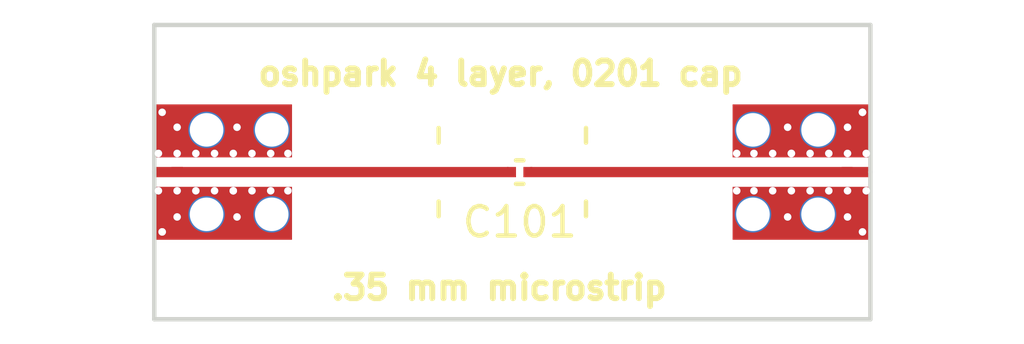
<source format=kicad_pcb>
(kicad_pcb (version 4) (host pcbnew 4.0.7)

  (general
    (links 61)
    (no_connects 2)
    (area 126.124999 99.924999 150.575001 110.075001)
    (thickness 1.6)
    (drawings 8)
    (tracks 2)
    (zones 0)
    (modules 3)
    (nets 4)
  )

  (page A4)
  (layers
    (0 F.Cu signal)
    (1 In1.Cu signal)
    (2 In2.Cu signal)
    (31 B.Cu signal)
    (32 B.Adhes user)
    (33 F.Adhes user)
    (34 B.Paste user)
    (35 F.Paste user)
    (36 B.SilkS user)
    (37 F.SilkS user)
    (38 B.Mask user)
    (39 F.Mask user)
    (40 Dwgs.User user)
    (41 Cmts.User user)
    (42 Eco1.User user)
    (43 Eco2.User user)
    (44 Edge.Cuts user)
    (45 Margin user)
    (46 B.CrtYd user)
    (47 F.CrtYd user)
    (48 B.Fab user)
    (49 F.Fab user)
  )

  (setup
    (last_trace_width 0.25)
    (user_trace_width 0.35)
    (trace_clearance 0.2)
    (zone_clearance 0.1)
    (zone_45_only no)
    (trace_min 0.2)
    (segment_width 0.2)
    (edge_width 0.15)
    (via_size 0.6)
    (via_drill 0.4)
    (via_min_size 0.4)
    (via_min_drill 0.3)
    (uvia_size 0.3)
    (uvia_drill 0.1)
    (uvias_allowed no)
    (uvia_min_size 0.2)
    (uvia_min_drill 0.1)
    (pcb_text_width 0.3)
    (pcb_text_size 1.5 1.5)
    (mod_edge_width 0.15)
    (mod_text_size 1 1)
    (mod_text_width 0.15)
    (pad_size 1.524 1.524)
    (pad_drill 0.762)
    (pad_to_mask_clearance 0.05)
    (aux_axis_origin 0 0)
    (visible_elements FFFEFF7F)
    (pcbplotparams
      (layerselection 0x00030_80000001)
      (usegerberextensions false)
      (excludeedgelayer true)
      (linewidth 0.100000)
      (plotframeref false)
      (viasonmask false)
      (mode 1)
      (useauxorigin false)
      (hpglpennumber 1)
      (hpglpenspeed 20)
      (hpglpendiameter 15)
      (hpglpenoverlay 2)
      (psnegative false)
      (psa4output false)
      (plotreference true)
      (plotvalue true)
      (plotinvisibletext false)
      (padsonsilk false)
      (subtractmaskfromsilk false)
      (outputformat 1)
      (mirror false)
      (drillshape 1)
      (scaleselection 1)
      (outputdirectory ""))
  )

  (net 0 "")
  (net 1 GND)
  (net 2 "Net-(C101-Pad2)")
  (net 3 "Net-(C101-Pad1)")

  (net_class Default "This is the default net class."
    (clearance 0.2)
    (trace_width 0.25)
    (via_dia 0.6)
    (via_drill 0.4)
    (uvia_dia 0.3)
    (uvia_drill 0.1)
    (add_net GND)
    (add_net "Net-(C101-Pad1)")
    (add_net "Net-(C101-Pad2)")
  )

  (module vna_footprints:SMA_901-10512_6p7MIL_FR408_CPW_LAUNCH (layer F.Cu) (tedit 59B4A2F5) (tstamp 59B4A12A)
    (at 128.5 105 180)
    (path /59B4A05A)
    (fp_text reference U101 (at -0.25 4 180) (layer F.SilkS) hide
      (effects (font (size 1 1) (thickness 0.15)))
    )
    (fp_text value CONN_SMA_2GND (at 1.1 -5 180) (layer F.Fab)
      (effects (font (size 1 1) (thickness 0.15)))
    )
    (fp_line (start -7.35 -1) (end -7.35 -1.5) (layer F.SilkS) (width 0.15))
    (fp_line (start -7.35 1.5) (end -7.35 1) (layer F.SilkS) (width 0.15))
    (pad 2 thru_hole circle (at -1.685 -1.435 180) (size 1.24 1.24) (drill 1.14) (layers *.Cu *.Mask)
      (net 1 GND))
    (pad 2 thru_hole circle (at 0.525 -1.435 180) (size 1.24 1.24) (drill 1.14) (layers *.Cu *.Mask)
      (net 1 GND))
    (pad 3 thru_hole circle (at 0.525 1.435 180) (size 1.24 1.24) (drill 1.14) (layers *.Cu *.Mask)
      (net 1 GND))
    (pad 3 thru_hole circle (at -1.685 1.435 180) (size 1.24 1.24) (drill 1.14) (layers *.Cu *.Mask)
      (net 1 GND))
    (pad 1 smd rect (at 1.8 0 180) (size 0.95 0.35) (layers F.Cu F.Paste F.Mask)
      (net 2 "Net-(C101-Pad2)"))
    (pad 2 smd rect (at -0.05 -1.4 180) (size 4.65 1.8) (layers F.Cu F.Paste F.Mask)
      (net 1 GND))
    (pad 3 smd rect (at -0.05 1.4 180) (size 4.65 1.8) (layers F.Cu F.Paste F.Mask)
      (net 1 GND))
    (pad 2 thru_hole circle (at 0.254 -0.635 180) (size 0.254 0.254) (drill 0.254) (layers *.Cu *.Mask)
      (net 1 GND))
    (pad 2 thru_hole circle (at -1.651 -0.635 180) (size 0.254 0.254) (drill 0.254) (layers *.Cu *.Mask)
      (net 1 GND))
    (pad 2 thru_hole circle (at -2.2352 -0.635 180) (size 0.254 0.254) (drill 0.254) (layers *.Cu *.Mask)
      (net 1 GND))
    (pad 2 thru_hole circle (at -1.016 -0.635 180) (size 0.254 0.254) (drill 0.254) (layers *.Cu *.Mask)
      (net 1 GND))
    (pad 2 thru_hole circle (at -0.381 -0.635 180) (size 0.254 0.254) (drill 0.254) (layers *.Cu *.Mask)
      (net 1 GND))
    (pad 2 thru_hole circle (at 0.889 -0.635 180) (size 0.254 0.254) (drill 0.254) (layers *.Cu *.Mask)
      (net 1 GND))
    (pad 2 thru_hole circle (at 1.524 -0.635 180) (size 0.254 0.254) (drill 0.254) (layers *.Cu *.Mask)
      (net 1 GND))
    (pad 2 thru_hole circle (at 2.159 -0.635 180) (size 0.254 0.254) (drill 0.254) (layers *.Cu *.Mask)
      (net 1 GND))
    (pad 2 thru_hole circle (at 2.159 0.635 180) (size 0.254 0.254) (drill 0.254) (layers *.Cu *.Mask)
      (net 1 GND))
    (pad 2 thru_hole circle (at 1.524 0.635 180) (size 0.254 0.254) (drill 0.254) (layers *.Cu *.Mask)
      (net 1 GND))
    (pad 2 thru_hole circle (at 0.889 0.635 180) (size 0.254 0.254) (drill 0.254) (layers *.Cu *.Mask)
      (net 1 GND))
    (pad 2 thru_hole circle (at 0.254 0.635 180) (size 0.254 0.254) (drill 0.254) (layers *.Cu *.Mask)
      (net 1 GND))
    (pad 2 thru_hole circle (at -0.381 0.635 180) (size 0.254 0.254) (drill 0.254) (layers *.Cu *.Mask)
      (net 1 GND))
    (pad 2 thru_hole circle (at -1.016 0.635 180) (size 0.254 0.254) (drill 0.254) (layers *.Cu *.Mask)
      (net 1 GND))
    (pad 2 thru_hole circle (at -1.651 0.635 180) (size 0.254 0.254) (drill 0.254) (layers *.Cu *.Mask)
      (net 1 GND))
    (pad 2 thru_hole circle (at -2.2352 0.635 180) (size 0.254 0.254) (drill 0.254) (layers *.Cu *.Mask)
      (net 1 GND))
    (pad 2 thru_hole circle (at -0.381 -0.635 180) (size 0.254 0.254) (drill 0.254) (layers *.Cu *.Mask)
      (net 1 GND))
    (pad 2 thru_hole circle (at -0.508 -1.524 180) (size 0.254 0.254) (drill 0.254) (layers *.Cu *.Mask)
      (net 1 GND))
    (pad 2 thru_hole circle (at 1.524 -1.524 180) (size 0.254 0.254) (drill 0.254) (layers *.Cu *.Mask)
      (net 1 GND))
    (pad 2 thru_hole circle (at 1.524 1.524 180) (size 0.254 0.254) (drill 0.254) (layers *.Cu *.Mask)
      (net 1 GND))
    (pad 2 thru_hole circle (at -0.508 1.524 180) (size 0.254 0.254) (drill 0.254) (layers *.Cu *.Mask)
      (net 1 GND))
    (pad 2 thru_hole circle (at 2.032 2.032 180) (size 0.254 0.254) (drill 0.254) (layers *.Cu *.Mask)
      (net 1 GND))
    (pad 2 thru_hole circle (at 2.032 -2.032 180) (size 0.254 0.254) (drill 0.254) (layers *.Cu *.Mask)
      (net 1 GND))
    (pad 2 thru_hole circle (at 2.032 -2.032 180) (size 0.254 0.254) (drill 0.254) (layers *.Cu *.Mask)
      (net 1 GND))
  )

  (module vna_footprints:SMA_901-10512_6p7MIL_FR408_CPW_LAUNCH (layer F.Cu) (tedit 59B4A2F7) (tstamp 59B4A14D)
    (at 148.2 105)
    (path /59B4A095)
    (fp_text reference U102 (at -0.25 -3.1) (layer F.SilkS) hide
      (effects (font (size 1 1) (thickness 0.15)))
    )
    (fp_text value CONN_SMA_2GND (at 1.1 -5) (layer F.Fab)
      (effects (font (size 1 1) (thickness 0.15)))
    )
    (fp_line (start -7.35 -1) (end -7.35 -1.5) (layer F.SilkS) (width 0.15))
    (fp_line (start -7.35 1.5) (end -7.35 1) (layer F.SilkS) (width 0.15))
    (pad 2 thru_hole circle (at -1.685 -1.435) (size 1.24 1.24) (drill 1.14) (layers *.Cu *.Mask)
      (net 1 GND))
    (pad 2 thru_hole circle (at 0.525 -1.435) (size 1.24 1.24) (drill 1.14) (layers *.Cu *.Mask)
      (net 1 GND))
    (pad 3 thru_hole circle (at 0.525 1.435) (size 1.24 1.24) (drill 1.14) (layers *.Cu *.Mask)
      (net 1 GND))
    (pad 3 thru_hole circle (at -1.685 1.435) (size 1.24 1.24) (drill 1.14) (layers *.Cu *.Mask)
      (net 1 GND))
    (pad 1 smd rect (at 1.8 0) (size 0.95 0.35) (layers F.Cu F.Paste F.Mask)
      (net 3 "Net-(C101-Pad1)"))
    (pad 2 smd rect (at -0.05 -1.4) (size 4.65 1.8) (layers F.Cu F.Paste F.Mask)
      (net 1 GND))
    (pad 3 smd rect (at -0.05 1.4) (size 4.65 1.8) (layers F.Cu F.Paste F.Mask)
      (net 1 GND))
    (pad 2 thru_hole circle (at 0.254 -0.635) (size 0.254 0.254) (drill 0.254) (layers *.Cu *.Mask)
      (net 1 GND))
    (pad 2 thru_hole circle (at -1.651 -0.635) (size 0.254 0.254) (drill 0.254) (layers *.Cu *.Mask)
      (net 1 GND))
    (pad 2 thru_hole circle (at -2.2352 -0.635) (size 0.254 0.254) (drill 0.254) (layers *.Cu *.Mask)
      (net 1 GND))
    (pad 2 thru_hole circle (at -1.016 -0.635) (size 0.254 0.254) (drill 0.254) (layers *.Cu *.Mask)
      (net 1 GND))
    (pad 2 thru_hole circle (at -0.381 -0.635) (size 0.254 0.254) (drill 0.254) (layers *.Cu *.Mask)
      (net 1 GND))
    (pad 2 thru_hole circle (at 0.889 -0.635) (size 0.254 0.254) (drill 0.254) (layers *.Cu *.Mask)
      (net 1 GND))
    (pad 2 thru_hole circle (at 1.524 -0.635) (size 0.254 0.254) (drill 0.254) (layers *.Cu *.Mask)
      (net 1 GND))
    (pad 2 thru_hole circle (at 2.159 -0.635) (size 0.254 0.254) (drill 0.254) (layers *.Cu *.Mask)
      (net 1 GND))
    (pad 2 thru_hole circle (at 2.159 0.635) (size 0.254 0.254) (drill 0.254) (layers *.Cu *.Mask)
      (net 1 GND))
    (pad 2 thru_hole circle (at 1.524 0.635) (size 0.254 0.254) (drill 0.254) (layers *.Cu *.Mask)
      (net 1 GND))
    (pad 2 thru_hole circle (at 0.889 0.635) (size 0.254 0.254) (drill 0.254) (layers *.Cu *.Mask)
      (net 1 GND))
    (pad 2 thru_hole circle (at 0.254 0.635) (size 0.254 0.254) (drill 0.254) (layers *.Cu *.Mask)
      (net 1 GND))
    (pad 2 thru_hole circle (at -0.381 0.635) (size 0.254 0.254) (drill 0.254) (layers *.Cu *.Mask)
      (net 1 GND))
    (pad 2 thru_hole circle (at -1.016 0.635) (size 0.254 0.254) (drill 0.254) (layers *.Cu *.Mask)
      (net 1 GND))
    (pad 2 thru_hole circle (at -1.651 0.635) (size 0.254 0.254) (drill 0.254) (layers *.Cu *.Mask)
      (net 1 GND))
    (pad 2 thru_hole circle (at -2.2352 0.635) (size 0.254 0.254) (drill 0.254) (layers *.Cu *.Mask)
      (net 1 GND))
    (pad 2 thru_hole circle (at -0.381 -0.635) (size 0.254 0.254) (drill 0.254) (layers *.Cu *.Mask)
      (net 1 GND))
    (pad 2 thru_hole circle (at -0.508 -1.524) (size 0.254 0.254) (drill 0.254) (layers *.Cu *.Mask)
      (net 1 GND))
    (pad 2 thru_hole circle (at 1.524 -1.524) (size 0.254 0.254) (drill 0.254) (layers *.Cu *.Mask)
      (net 1 GND))
    (pad 2 thru_hole circle (at 1.524 1.524) (size 0.254 0.254) (drill 0.254) (layers *.Cu *.Mask)
      (net 1 GND))
    (pad 2 thru_hole circle (at -0.508 1.524) (size 0.254 0.254) (drill 0.254) (layers *.Cu *.Mask)
      (net 1 GND))
    (pad 2 thru_hole circle (at 2.032 2.032) (size 0.254 0.254) (drill 0.254) (layers *.Cu *.Mask)
      (net 1 GND))
    (pad 2 thru_hole circle (at 2.032 -2.032) (size 0.254 0.254) (drill 0.254) (layers *.Cu *.Mask)
      (net 1 GND))
    (pad 2 thru_hole circle (at 2.032 -2.032) (size 0.254 0.254) (drill 0.254) (layers *.Cu *.Mask)
      (net 1 GND))
  )

  (module Capacitors_SMD:C_0201 (layer F.Cu) (tedit 5415D524) (tstamp 5AC16813)
    (at 138.6 105 180)
    (descr "Capacitor SMD 0201, reflow soldering, AVX (see smccp.pdf)")
    (tags "capacitor 0201")
    (path /5AC18D77)
    (attr smd)
    (fp_text reference C101 (at 0 -1.7 180) (layer F.SilkS)
      (effects (font (size 1 1) (thickness 0.15)))
    )
    (fp_text value C_Small (at 0 1.7 180) (layer F.Fab)
      (effects (font (size 1 1) (thickness 0.15)))
    )
    (fp_line (start -0.7 -0.55) (end 0.7 -0.55) (layer F.CrtYd) (width 0.05))
    (fp_line (start -0.7 0.55) (end 0.7 0.55) (layer F.CrtYd) (width 0.05))
    (fp_line (start -0.7 -0.55) (end -0.7 0.55) (layer F.CrtYd) (width 0.05))
    (fp_line (start 0.7 -0.55) (end 0.7 0.55) (layer F.CrtYd) (width 0.05))
    (fp_line (start 0.125 0.4) (end -0.125 0.4) (layer F.SilkS) (width 0.15))
    (fp_line (start -0.125 -0.4) (end 0.125 -0.4) (layer F.SilkS) (width 0.15))
    (pad 1 smd rect (at -0.275 0 180) (size 0.3 0.35) (layers F.Cu F.Paste F.Mask)
      (net 3 "Net-(C101-Pad1)"))
    (pad 2 smd rect (at 0.275 0 180) (size 0.3 0.35) (layers F.Cu F.Paste F.Mask)
      (net 2 "Net-(C101-Pad2)"))
    (model Capacitors_SMD.3dshapes/C_0201.wrl
      (at (xyz 0 0 0))
      (scale (xyz 1 1 1))
      (rotate (xyz 0 0 0))
    )
  )

  (gr_text ".35 mm microstrip" (at 137.9 108.925) (layer F.SilkS) (tstamp 59B4A39D)
    (effects (font (size 0.8 0.8) (thickness 0.2)))
  )
  (gr_text "oshpark 4 layer, 0201 cap" (at 137.95 101.65) (layer F.SilkS)
    (effects (font (size 0.8 0.8) (thickness 0.2)))
  )
  (gr_line (start 126.2 100) (end 150.5 100) (layer Edge.Cuts) (width 0.15))
  (gr_line (start 150.5 110) (end 126.2 110) (layer Edge.Cuts) (width 0.15))
  (gr_line (start 150.5 105) (end 150.5 110) (layer Edge.Cuts) (width 0.15))
  (gr_line (start 150.5 105) (end 150.5 100) (layer Edge.Cuts) (width 0.15))
  (gr_line (start 126.2 105) (end 126.2 110) (layer Edge.Cuts) (width 0.15))
  (gr_line (start 126.2 105) (end 126.2 100) (layer Edge.Cuts) (width 0.15))

  (segment (start 126.825 105) (end 138.175 105) (width 0.35) (layer F.Cu) (net 2))
  (segment (start 139 105) (end 149.85 105) (width 0.35) (layer F.Cu) (net 3))

  (zone (net 1) (net_name GND) (layer In1.Cu) (tstamp 0) (hatch edge 0.508)
    (connect_pads yes (clearance 0.1))
    (min_thickness 0.254)
    (fill yes (arc_segments 16) (thermal_gap 0.508) (thermal_bridge_width 0.508))
    (polygon
      (pts
        (xy 150.5 100) (xy 150.5 110) (xy 126.15 110) (xy 126.15 100)
      )
    )
    (filled_polygon
      (pts
        (xy 150.198 109.698) (xy 126.502 109.698) (xy 126.502 100.302) (xy 150.198 100.302)
      )
    )
  )
)

</source>
